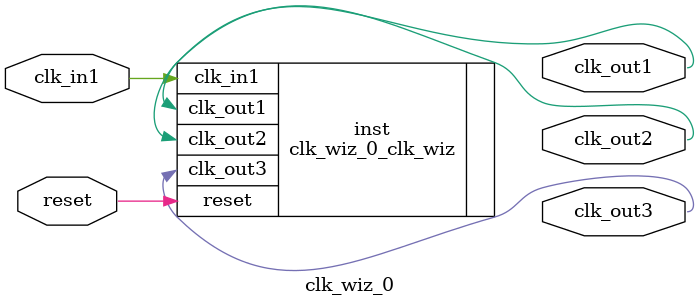
<source format=v>


`timescale 1ps/1ps

(* CORE_GENERATION_INFO = "clk_wiz_0,clk_wiz_v6_0_5_0_0,{component_name=clk_wiz_0,use_phase_alignment=true,use_min_o_jitter=false,use_max_i_jitter=false,use_dyn_phase_shift=false,use_inclk_switchover=false,use_dyn_reconfig=false,enable_axi=0,feedback_source=FDBK_AUTO,PRIMITIVE=MMCM,num_out_clk=3,clkin1_period=10.000,clkin2_period=10.000,use_power_down=false,use_reset=true,use_locked=false,use_inclk_stopped=false,feedback_type=SINGLE,CLOCK_MGR_TYPE=NA,manual_override=false}" *)

module clk_wiz_0 
 (
  // Clock out ports
  output        clk_out1,
  output        clk_out2,
  output        clk_out3,
  // Status and control signals
  input         reset,
 // Clock in ports
  input         clk_in1
 );

  clk_wiz_0_clk_wiz inst
  (
  // Clock out ports  
  .clk_out1(clk_out1),
  .clk_out2(clk_out2),
  .clk_out3(clk_out3),
  // Status and control signals               
  .reset(reset), 
 // Clock in ports
  .clk_in1(clk_in1)
  );

endmodule

</source>
